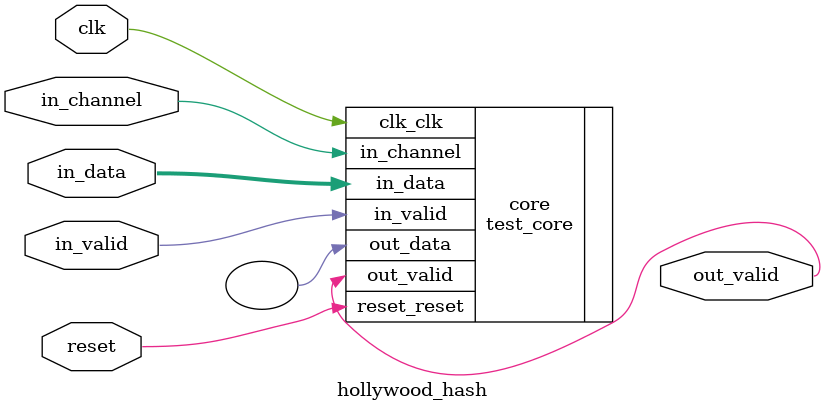
<source format=sv>
`default_nettype none
`timescale 1ns / 1ns

module hollywood_hash(
  input  wire        in_valid,
  input  wire        in_channel,
  input  wire [15:0] in_data,
  output wire        out_valid,

  input  wire        clk,
  input  wire        reset
);
  test_core core (
    .clk_clk (clk),
    .reset_reset (reset),
    .out_valid (out_valid),
    .in_valid (in_valid),
    .in_channel (in_channel),
    .in_data (in_data),

    .out_data ()
  );

endmodule


`default_nettype wire

</source>
